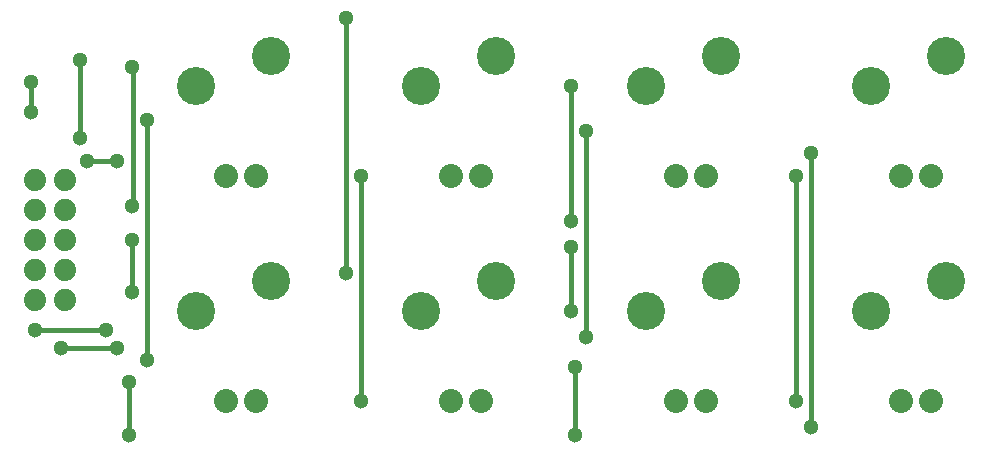
<source format=gbr>
G04 EAGLE Gerber RS-274X export*
G75*
%MOMM*%
%FSLAX34Y34*%
%LPD*%
%INTop Copper*%
%IPPOS*%
%AMOC8*
5,1,8,0,0,1.08239X$1,22.5*%
G01*
%ADD10C,2.032000*%
%ADD11C,3.225800*%
%ADD12C,1.879600*%
%ADD13C,1.300000*%
%ADD14C,0.406400*%


D10*
X212725Y241300D03*
X238125Y241300D03*
D11*
X187325Y317500D03*
X250825Y342900D03*
D10*
X403225Y241300D03*
X428625Y241300D03*
D11*
X377825Y317500D03*
X441325Y342900D03*
D10*
X593725Y241300D03*
X619125Y241300D03*
D11*
X568325Y317500D03*
X631825Y342900D03*
D10*
X784225Y241300D03*
X809625Y241300D03*
D11*
X758825Y317500D03*
X822325Y342900D03*
D10*
X212725Y50800D03*
X238125Y50800D03*
D11*
X187325Y127000D03*
X250825Y152400D03*
D10*
X403225Y50800D03*
X428625Y50800D03*
D11*
X377825Y127000D03*
X441325Y152400D03*
D10*
X593725Y50800D03*
X619125Y50800D03*
D11*
X568325Y127000D03*
X631825Y152400D03*
D10*
X784225Y50800D03*
X809625Y50800D03*
D11*
X758825Y127000D03*
X822325Y152400D03*
D12*
X76200Y136525D03*
X50800Y136525D03*
X76200Y161925D03*
X50800Y161925D03*
X76200Y187325D03*
X50800Y187325D03*
X76200Y212725D03*
X50800Y212725D03*
X76200Y238125D03*
X50800Y238125D03*
D13*
X120650Y254000D03*
X94719Y254000D03*
D14*
X120650Y254000D01*
D13*
X504825Y317500D03*
D14*
X504825Y203200D01*
D13*
X504825Y203200D03*
X133350Y187325D03*
X133350Y142875D03*
D14*
X133350Y187325D01*
D13*
X314325Y158750D03*
D14*
X314325Y374650D01*
D13*
X314325Y374650D03*
X120650Y95250D03*
D14*
X73025Y95250D01*
D13*
X73025Y95250D03*
X111125Y111125D03*
D14*
X50800Y111125D01*
D13*
X50800Y111125D03*
X695325Y241300D03*
D14*
X695325Y50800D01*
D13*
X695325Y50800D03*
X327025Y241300D03*
D14*
X327025Y50800D01*
D13*
X327025Y50800D03*
X708025Y260350D03*
D14*
X708025Y28575D01*
D13*
X708025Y28575D03*
X133350Y215369D03*
D14*
X133881Y332844D02*
X133350Y333375D01*
X133881Y215900D02*
X133350Y215369D01*
X133881Y215900D02*
X133881Y332844D01*
D13*
X133350Y333375D03*
X47625Y295275D03*
D14*
X47625Y320675D01*
D13*
X47625Y320675D03*
X88900Y339725D03*
D14*
X88900Y273050D01*
D13*
X88900Y273050D03*
X504825Y127000D03*
D14*
X504825Y180975D01*
D13*
X504825Y180975D03*
X517525Y279400D03*
D14*
X517525Y104775D01*
D13*
X517525Y104775D03*
X146050Y288925D03*
D14*
X146050Y85725D01*
D13*
X146050Y85725D03*
X508000Y79375D03*
D14*
X508000Y22225D01*
D13*
X508000Y22225D03*
X130175Y22225D03*
D14*
X130175Y66675D01*
D13*
X130175Y66675D03*
M02*

</source>
